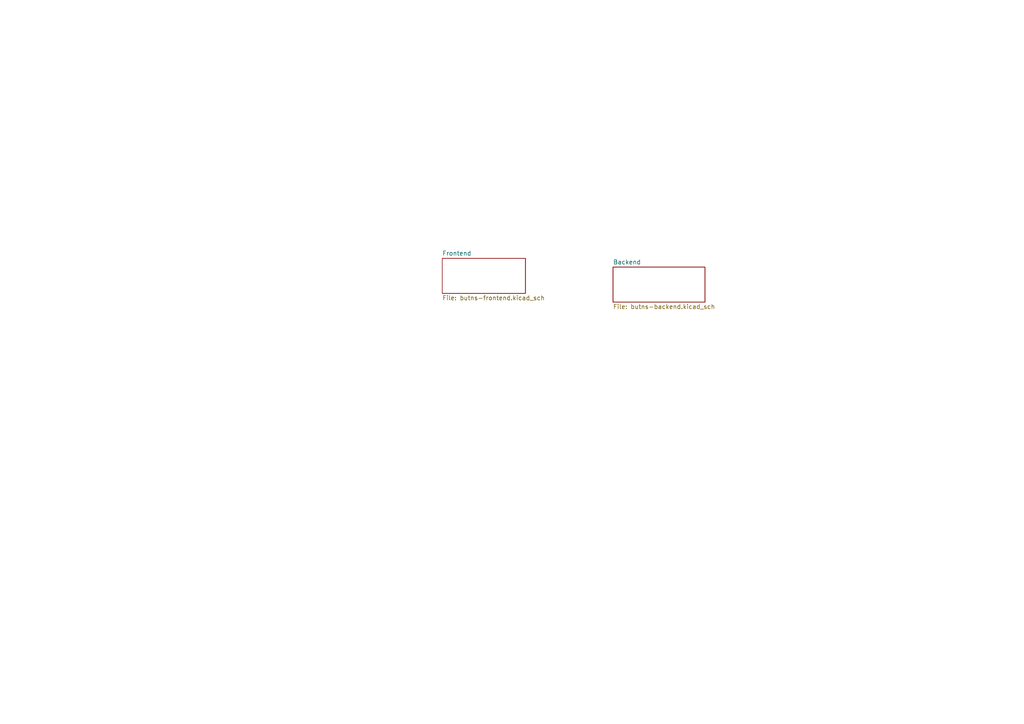
<source format=kicad_sch>
(kicad_sch
	(version 20231120)
	(generator "eeschema")
	(generator_version "8.0")
	(uuid "1c3520c0-bca7-4d12-8c9b-3ac18c44338d")
	(paper "A4")
	(lib_symbols)
	(sheet
		(at 128.27 74.93)
		(size 24.13 10.16)
		(fields_autoplaced yes)
		(stroke
			(width 0.1524)
			(type solid)
		)
		(fill
			(color 0 0 0 0.0000)
		)
		(uuid "b0295986-856b-4508-9cd9-aff1aa86ee33")
		(property "Sheetname" "Frontend"
			(at 128.27 74.2184 0)
			(effects
				(font
					(size 1.27 1.27)
				)
				(justify left bottom)
			)
		)
		(property "Sheetfile" "butns-frontend.kicad_sch"
			(at 128.27 85.6746 0)
			(effects
				(font
					(size 1.27 1.27)
				)
				(justify left top)
			)
		)
		(instances
			(project "butns"
				(path "/1c3520c0-bca7-4d12-8c9b-3ac18c44338d"
					(page "2")
				)
			)
		)
	)
	(sheet
		(at 177.8 77.47)
		(size 26.67 10.16)
		(fields_autoplaced yes)
		(stroke
			(width 0.1524)
			(type solid)
		)
		(fill
			(color 0 0 0 0.0000)
		)
		(uuid "d5941714-0239-4676-93bd-9d828e2adbdd")
		(property "Sheetname" "Backend"
			(at 177.8 76.7584 0)
			(effects
				(font
					(size 1.27 1.27)
				)
				(justify left bottom)
			)
		)
		(property "Sheetfile" "butns-backend.kicad_sch"
			(at 177.8 88.2146 0)
			(effects
				(font
					(size 1.27 1.27)
				)
				(justify left top)
			)
		)
		(instances
			(project "butns"
				(path "/1c3520c0-bca7-4d12-8c9b-3ac18c44338d"
					(page "3")
				)
			)
		)
	)
	(sheet_instances
		(path "/"
			(page "1")
		)
	)
)

</source>
